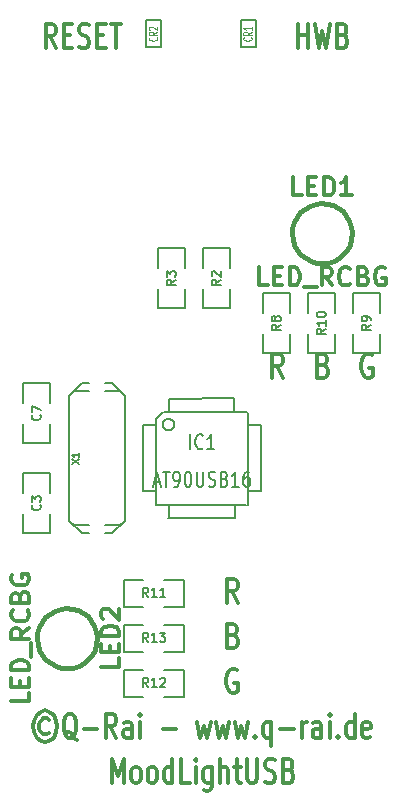
<source format=gto>
G04 (created by PCBNEW-RS274X (2011-07-08)-stable) date Mo 25 Jul 2011 12:51:42 CEST*
G01*
G70*
G90*
%MOIN*%
G04 Gerber Fmt 3.4, Leading zero omitted, Abs format*
%FSLAX34Y34*%
G04 APERTURE LIST*
%ADD10C,0.006000*%
%ADD11C,0.012000*%
%ADD12C,0.005000*%
%ADD13C,0.008000*%
%ADD14C,0.015000*%
%ADD15C,0.004500*%
%ADD16C,0.005500*%
G04 APERTURE END LIST*
G54D10*
G54D11*
X27485Y-54324D02*
X27485Y-53524D01*
X27685Y-54095D01*
X27885Y-53524D01*
X27885Y-54324D01*
X28257Y-54324D02*
X28199Y-54286D01*
X28171Y-54248D01*
X28142Y-54171D01*
X28142Y-53943D01*
X28171Y-53867D01*
X28199Y-53829D01*
X28257Y-53790D01*
X28342Y-53790D01*
X28399Y-53829D01*
X28428Y-53867D01*
X28457Y-53943D01*
X28457Y-54171D01*
X28428Y-54248D01*
X28399Y-54286D01*
X28342Y-54324D01*
X28257Y-54324D01*
X28800Y-54324D02*
X28742Y-54286D01*
X28714Y-54248D01*
X28685Y-54171D01*
X28685Y-53943D01*
X28714Y-53867D01*
X28742Y-53829D01*
X28800Y-53790D01*
X28885Y-53790D01*
X28942Y-53829D01*
X28971Y-53867D01*
X29000Y-53943D01*
X29000Y-54171D01*
X28971Y-54248D01*
X28942Y-54286D01*
X28885Y-54324D01*
X28800Y-54324D01*
X29514Y-54324D02*
X29514Y-53524D01*
X29514Y-54286D02*
X29457Y-54324D01*
X29343Y-54324D01*
X29285Y-54286D01*
X29257Y-54248D01*
X29228Y-54171D01*
X29228Y-53943D01*
X29257Y-53867D01*
X29285Y-53829D01*
X29343Y-53790D01*
X29457Y-53790D01*
X29514Y-53829D01*
X30086Y-54324D02*
X29800Y-54324D01*
X29800Y-53524D01*
X30286Y-54324D02*
X30286Y-53790D01*
X30286Y-53524D02*
X30257Y-53562D01*
X30286Y-53600D01*
X30314Y-53562D01*
X30286Y-53524D01*
X30286Y-53600D01*
X30829Y-53790D02*
X30829Y-54438D01*
X30800Y-54514D01*
X30772Y-54552D01*
X30715Y-54590D01*
X30629Y-54590D01*
X30572Y-54552D01*
X30829Y-54286D02*
X30772Y-54324D01*
X30658Y-54324D01*
X30600Y-54286D01*
X30572Y-54248D01*
X30543Y-54171D01*
X30543Y-53943D01*
X30572Y-53867D01*
X30600Y-53829D01*
X30658Y-53790D01*
X30772Y-53790D01*
X30829Y-53829D01*
X31115Y-54324D02*
X31115Y-53524D01*
X31372Y-54324D02*
X31372Y-53905D01*
X31343Y-53829D01*
X31286Y-53790D01*
X31201Y-53790D01*
X31143Y-53829D01*
X31115Y-53867D01*
X31572Y-53790D02*
X31801Y-53790D01*
X31658Y-53524D02*
X31658Y-54210D01*
X31686Y-54286D01*
X31744Y-54324D01*
X31801Y-54324D01*
X32001Y-53524D02*
X32001Y-54171D01*
X32029Y-54248D01*
X32058Y-54286D01*
X32115Y-54324D01*
X32229Y-54324D01*
X32287Y-54286D01*
X32315Y-54248D01*
X32344Y-54171D01*
X32344Y-53524D01*
X32601Y-54286D02*
X32687Y-54324D01*
X32830Y-54324D01*
X32887Y-54286D01*
X32916Y-54248D01*
X32944Y-54171D01*
X32944Y-54095D01*
X32916Y-54019D01*
X32887Y-53981D01*
X32830Y-53943D01*
X32716Y-53905D01*
X32658Y-53867D01*
X32630Y-53829D01*
X32601Y-53752D01*
X32601Y-53676D01*
X32630Y-53600D01*
X32658Y-53562D01*
X32716Y-53524D01*
X32858Y-53524D01*
X32944Y-53562D01*
X33401Y-53905D02*
X33487Y-53943D01*
X33515Y-53981D01*
X33544Y-54057D01*
X33544Y-54171D01*
X33515Y-54248D01*
X33487Y-54286D01*
X33429Y-54324D01*
X33201Y-54324D01*
X33201Y-53524D01*
X33401Y-53524D01*
X33458Y-53562D01*
X33487Y-53600D01*
X33515Y-53676D01*
X33515Y-53752D01*
X33487Y-53829D01*
X33458Y-53867D01*
X33401Y-53905D01*
X33201Y-53905D01*
X36157Y-40062D02*
X36100Y-40024D01*
X36014Y-40024D01*
X35929Y-40062D01*
X35871Y-40138D01*
X35843Y-40214D01*
X35814Y-40367D01*
X35814Y-40481D01*
X35843Y-40633D01*
X35871Y-40710D01*
X35929Y-40786D01*
X36014Y-40824D01*
X36071Y-40824D01*
X36157Y-40786D01*
X36186Y-40748D01*
X36186Y-40481D01*
X36071Y-40481D01*
X34543Y-40405D02*
X34629Y-40443D01*
X34657Y-40481D01*
X34686Y-40557D01*
X34686Y-40671D01*
X34657Y-40748D01*
X34629Y-40786D01*
X34571Y-40824D01*
X34343Y-40824D01*
X34343Y-40024D01*
X34543Y-40024D01*
X34600Y-40062D01*
X34629Y-40100D01*
X34657Y-40176D01*
X34657Y-40252D01*
X34629Y-40329D01*
X34600Y-40367D01*
X34543Y-40405D01*
X34343Y-40405D01*
X33186Y-40824D02*
X32986Y-40443D01*
X32843Y-40824D02*
X32843Y-40024D01*
X33071Y-40024D01*
X33129Y-40062D01*
X33157Y-40100D01*
X33186Y-40176D01*
X33186Y-40290D01*
X33157Y-40367D01*
X33129Y-40405D01*
X33071Y-40443D01*
X32843Y-40443D01*
X31657Y-50562D02*
X31600Y-50524D01*
X31514Y-50524D01*
X31429Y-50562D01*
X31371Y-50638D01*
X31343Y-50714D01*
X31314Y-50867D01*
X31314Y-50981D01*
X31343Y-51133D01*
X31371Y-51210D01*
X31429Y-51286D01*
X31514Y-51324D01*
X31571Y-51324D01*
X31657Y-51286D01*
X31686Y-51248D01*
X31686Y-50981D01*
X31571Y-50981D01*
X31543Y-49405D02*
X31629Y-49443D01*
X31657Y-49481D01*
X31686Y-49557D01*
X31686Y-49671D01*
X31657Y-49748D01*
X31629Y-49786D01*
X31571Y-49824D01*
X31343Y-49824D01*
X31343Y-49024D01*
X31543Y-49024D01*
X31600Y-49062D01*
X31629Y-49100D01*
X31657Y-49176D01*
X31657Y-49252D01*
X31629Y-49329D01*
X31600Y-49367D01*
X31543Y-49405D01*
X31343Y-49405D01*
X31686Y-48324D02*
X31486Y-47943D01*
X31343Y-48324D02*
X31343Y-47524D01*
X31571Y-47524D01*
X31629Y-47562D01*
X31657Y-47600D01*
X31686Y-47676D01*
X31686Y-47790D01*
X31657Y-47867D01*
X31629Y-47905D01*
X31571Y-47943D01*
X31343Y-47943D01*
X25385Y-52214D02*
X25327Y-52176D01*
X25213Y-52176D01*
X25156Y-52214D01*
X25099Y-52290D01*
X25070Y-52367D01*
X25070Y-52519D01*
X25099Y-52595D01*
X25156Y-52671D01*
X25213Y-52710D01*
X25327Y-52710D01*
X25385Y-52671D01*
X25270Y-51910D02*
X25127Y-51948D01*
X24985Y-52062D01*
X24899Y-52252D01*
X24870Y-52443D01*
X24899Y-52633D01*
X24985Y-52824D01*
X25127Y-52938D01*
X25270Y-52976D01*
X25413Y-52938D01*
X25556Y-52824D01*
X25642Y-52633D01*
X25670Y-52443D01*
X25642Y-52252D01*
X25556Y-52062D01*
X25413Y-51948D01*
X25270Y-51910D01*
X26328Y-52900D02*
X26271Y-52862D01*
X26214Y-52786D01*
X26128Y-52671D01*
X26071Y-52633D01*
X26014Y-52633D01*
X26042Y-52824D02*
X25985Y-52786D01*
X25928Y-52710D01*
X25899Y-52557D01*
X25899Y-52290D01*
X25928Y-52138D01*
X25985Y-52062D01*
X26042Y-52024D01*
X26156Y-52024D01*
X26214Y-52062D01*
X26271Y-52138D01*
X26299Y-52290D01*
X26299Y-52557D01*
X26271Y-52710D01*
X26214Y-52786D01*
X26156Y-52824D01*
X26042Y-52824D01*
X26557Y-52519D02*
X27014Y-52519D01*
X27643Y-52824D02*
X27443Y-52443D01*
X27300Y-52824D02*
X27300Y-52024D01*
X27528Y-52024D01*
X27586Y-52062D01*
X27614Y-52100D01*
X27643Y-52176D01*
X27643Y-52290D01*
X27614Y-52367D01*
X27586Y-52405D01*
X27528Y-52443D01*
X27300Y-52443D01*
X28157Y-52824D02*
X28157Y-52405D01*
X28128Y-52329D01*
X28071Y-52290D01*
X27957Y-52290D01*
X27900Y-52329D01*
X28157Y-52786D02*
X28100Y-52824D01*
X27957Y-52824D01*
X27900Y-52786D01*
X27871Y-52710D01*
X27871Y-52633D01*
X27900Y-52557D01*
X27957Y-52519D01*
X28100Y-52519D01*
X28157Y-52481D01*
X28443Y-52824D02*
X28443Y-52290D01*
X28443Y-52024D02*
X28414Y-52062D01*
X28443Y-52100D01*
X28471Y-52062D01*
X28443Y-52024D01*
X28443Y-52100D01*
X29186Y-52519D02*
X29643Y-52519D01*
X30329Y-52290D02*
X30443Y-52824D01*
X30557Y-52443D01*
X30672Y-52824D01*
X30786Y-52290D01*
X30958Y-52290D02*
X31072Y-52824D01*
X31186Y-52443D01*
X31301Y-52824D01*
X31415Y-52290D01*
X31587Y-52290D02*
X31701Y-52824D01*
X31815Y-52443D01*
X31930Y-52824D01*
X32044Y-52290D01*
X32273Y-52748D02*
X32301Y-52786D01*
X32273Y-52824D01*
X32244Y-52786D01*
X32273Y-52748D01*
X32273Y-52824D01*
X32816Y-52290D02*
X32816Y-53090D01*
X32816Y-52786D02*
X32759Y-52824D01*
X32645Y-52824D01*
X32587Y-52786D01*
X32559Y-52748D01*
X32530Y-52671D01*
X32530Y-52443D01*
X32559Y-52367D01*
X32587Y-52329D01*
X32645Y-52290D01*
X32759Y-52290D01*
X32816Y-52329D01*
X33102Y-52519D02*
X33559Y-52519D01*
X33845Y-52824D02*
X33845Y-52290D01*
X33845Y-52443D02*
X33873Y-52367D01*
X33902Y-52329D01*
X33959Y-52290D01*
X34016Y-52290D01*
X34473Y-52824D02*
X34473Y-52405D01*
X34444Y-52329D01*
X34387Y-52290D01*
X34273Y-52290D01*
X34216Y-52329D01*
X34473Y-52786D02*
X34416Y-52824D01*
X34273Y-52824D01*
X34216Y-52786D01*
X34187Y-52710D01*
X34187Y-52633D01*
X34216Y-52557D01*
X34273Y-52519D01*
X34416Y-52519D01*
X34473Y-52481D01*
X34759Y-52824D02*
X34759Y-52290D01*
X34759Y-52024D02*
X34730Y-52062D01*
X34759Y-52100D01*
X34787Y-52062D01*
X34759Y-52024D01*
X34759Y-52100D01*
X35045Y-52748D02*
X35073Y-52786D01*
X35045Y-52824D01*
X35016Y-52786D01*
X35045Y-52748D01*
X35045Y-52824D01*
X35588Y-52824D02*
X35588Y-52024D01*
X35588Y-52786D02*
X35531Y-52824D01*
X35417Y-52824D01*
X35359Y-52786D01*
X35331Y-52748D01*
X35302Y-52671D01*
X35302Y-52443D01*
X35331Y-52367D01*
X35359Y-52329D01*
X35417Y-52290D01*
X35531Y-52290D01*
X35588Y-52329D01*
X36102Y-52786D02*
X36045Y-52824D01*
X35931Y-52824D01*
X35874Y-52786D01*
X35845Y-52710D01*
X35845Y-52405D01*
X35874Y-52329D01*
X35931Y-52290D01*
X36045Y-52290D01*
X36102Y-52329D01*
X36131Y-52405D01*
X36131Y-52481D01*
X35845Y-52557D01*
X33686Y-29824D02*
X33686Y-29024D01*
X33686Y-29405D02*
X34029Y-29405D01*
X34029Y-29824D02*
X34029Y-29024D01*
X34258Y-29024D02*
X34401Y-29824D01*
X34515Y-29252D01*
X34629Y-29824D01*
X34772Y-29024D01*
X35201Y-29405D02*
X35287Y-29443D01*
X35315Y-29481D01*
X35344Y-29557D01*
X35344Y-29671D01*
X35315Y-29748D01*
X35287Y-29786D01*
X35229Y-29824D01*
X35001Y-29824D01*
X35001Y-29024D01*
X35201Y-29024D01*
X35258Y-29062D01*
X35287Y-29100D01*
X35315Y-29176D01*
X35315Y-29252D01*
X35287Y-29329D01*
X35258Y-29367D01*
X35201Y-29405D01*
X35001Y-29405D01*
X25629Y-29824D02*
X25429Y-29443D01*
X25286Y-29824D02*
X25286Y-29024D01*
X25514Y-29024D01*
X25572Y-29062D01*
X25600Y-29100D01*
X25629Y-29176D01*
X25629Y-29290D01*
X25600Y-29367D01*
X25572Y-29405D01*
X25514Y-29443D01*
X25286Y-29443D01*
X25886Y-29405D02*
X26086Y-29405D01*
X26172Y-29824D02*
X25886Y-29824D01*
X25886Y-29024D01*
X26172Y-29024D01*
X26400Y-29786D02*
X26486Y-29824D01*
X26629Y-29824D01*
X26686Y-29786D01*
X26715Y-29748D01*
X26743Y-29671D01*
X26743Y-29595D01*
X26715Y-29519D01*
X26686Y-29481D01*
X26629Y-29443D01*
X26515Y-29405D01*
X26457Y-29367D01*
X26429Y-29329D01*
X26400Y-29252D01*
X26400Y-29176D01*
X26429Y-29100D01*
X26457Y-29062D01*
X26515Y-29024D01*
X26657Y-29024D01*
X26743Y-29062D01*
X27000Y-29405D02*
X27200Y-29405D01*
X27286Y-29824D02*
X27000Y-29824D01*
X27000Y-29024D01*
X27286Y-29024D01*
X27457Y-29024D02*
X27800Y-29024D01*
X27629Y-29824D02*
X27629Y-29024D01*
G54D12*
X29150Y-28900D02*
X29150Y-29800D01*
X29150Y-29800D02*
X28650Y-29800D01*
X28650Y-29800D02*
X28650Y-28900D01*
X28650Y-28900D02*
X29150Y-28900D01*
X32300Y-28900D02*
X32300Y-29800D01*
X32300Y-29800D02*
X31800Y-29800D01*
X31800Y-29800D02*
X31800Y-28900D01*
X31800Y-28900D02*
X32300Y-28900D01*
X29900Y-49950D02*
X29900Y-49050D01*
X29900Y-49050D02*
X29250Y-49050D01*
X28550Y-49950D02*
X27900Y-49950D01*
X27900Y-49950D02*
X27900Y-49050D01*
X27900Y-49050D02*
X28550Y-49050D01*
X29250Y-49950D02*
X29900Y-49950D01*
X29900Y-51450D02*
X29900Y-50550D01*
X29900Y-50550D02*
X29250Y-50550D01*
X28550Y-51450D02*
X27900Y-51450D01*
X27900Y-51450D02*
X27900Y-50550D01*
X27900Y-50550D02*
X28550Y-50550D01*
X29250Y-51450D02*
X29900Y-51450D01*
X29900Y-48450D02*
X29900Y-47550D01*
X29900Y-47550D02*
X29250Y-47550D01*
X28550Y-48450D02*
X27900Y-48450D01*
X27900Y-48450D02*
X27900Y-47550D01*
X27900Y-47550D02*
X28550Y-47550D01*
X29250Y-48450D02*
X29900Y-48450D01*
X34050Y-40000D02*
X34950Y-40000D01*
X34950Y-40000D02*
X34950Y-39350D01*
X34050Y-38650D02*
X34050Y-38000D01*
X34050Y-38000D02*
X34950Y-38000D01*
X34950Y-38000D02*
X34950Y-38650D01*
X34050Y-39350D02*
X34050Y-40000D01*
X35550Y-40000D02*
X36450Y-40000D01*
X36450Y-40000D02*
X36450Y-39350D01*
X35550Y-38650D02*
X35550Y-38000D01*
X35550Y-38000D02*
X36450Y-38000D01*
X36450Y-38000D02*
X36450Y-38650D01*
X35550Y-39350D02*
X35550Y-40000D01*
X32550Y-40000D02*
X33450Y-40000D01*
X33450Y-40000D02*
X33450Y-39350D01*
X32550Y-38650D02*
X32550Y-38000D01*
X32550Y-38000D02*
X33450Y-38000D01*
X33450Y-38000D02*
X33450Y-38650D01*
X32550Y-39350D02*
X32550Y-40000D01*
X29950Y-36500D02*
X29050Y-36500D01*
X29050Y-36500D02*
X29050Y-37150D01*
X29950Y-37850D02*
X29950Y-38500D01*
X29950Y-38500D02*
X29050Y-38500D01*
X29050Y-38500D02*
X29050Y-37850D01*
X29950Y-37150D02*
X29950Y-36500D01*
X30550Y-38500D02*
X31450Y-38500D01*
X31450Y-38500D02*
X31450Y-37850D01*
X30550Y-37150D02*
X30550Y-36500D01*
X30550Y-36500D02*
X31450Y-36500D01*
X31450Y-36500D02*
X31450Y-37150D01*
X30550Y-37850D02*
X30550Y-38500D01*
X24550Y-43000D02*
X25450Y-43000D01*
X25450Y-43000D02*
X25450Y-42350D01*
X24550Y-41650D02*
X24550Y-41000D01*
X24550Y-41000D02*
X25450Y-41000D01*
X25450Y-41000D02*
X25450Y-41650D01*
X24550Y-42350D02*
X24550Y-43000D01*
X25450Y-44000D02*
X24550Y-44000D01*
X24550Y-44000D02*
X24550Y-44650D01*
X25450Y-45350D02*
X25450Y-46000D01*
X25450Y-46000D02*
X24550Y-46000D01*
X24550Y-46000D02*
X24550Y-45350D01*
X25450Y-44650D02*
X25450Y-44000D01*
G54D10*
X32480Y-44590D02*
X32030Y-44590D01*
X32480Y-42410D02*
X32040Y-42410D01*
X32480Y-44590D02*
X32480Y-42410D01*
X31600Y-45060D02*
X31600Y-45490D01*
X29390Y-45070D02*
X29390Y-45490D01*
X29380Y-45490D02*
X31600Y-45500D01*
X29400Y-41520D02*
X31570Y-41510D01*
X28970Y-42210D02*
X28970Y-45040D01*
X31580Y-41520D02*
X31580Y-41930D01*
X29220Y-41970D02*
X32000Y-41970D01*
X32020Y-45050D02*
X32020Y-42010D01*
X28970Y-45050D02*
X31970Y-45050D01*
X28520Y-42380D02*
X28520Y-44600D01*
X28520Y-44600D02*
X28970Y-44600D01*
X28974Y-42200D02*
X29204Y-41970D01*
X28522Y-42380D02*
X28974Y-42380D01*
X29400Y-41970D02*
X29400Y-41518D01*
X29570Y-42374D02*
X29566Y-42410D01*
X29555Y-42445D01*
X29538Y-42478D01*
X29515Y-42506D01*
X29487Y-42529D01*
X29454Y-42547D01*
X29419Y-42558D01*
X29383Y-42561D01*
X29347Y-42558D01*
X29312Y-42548D01*
X29280Y-42531D01*
X29251Y-42508D01*
X29227Y-42480D01*
X29210Y-42448D01*
X29199Y-42413D01*
X29195Y-42376D01*
X29198Y-42341D01*
X29208Y-42305D01*
X29224Y-42273D01*
X29247Y-42244D01*
X29275Y-42220D01*
X29307Y-42202D01*
X29342Y-42191D01*
X29379Y-42187D01*
X29414Y-42189D01*
X29449Y-42199D01*
X29482Y-42216D01*
X29511Y-42238D01*
X29535Y-42266D01*
X29553Y-42298D01*
X29565Y-42333D01*
X29569Y-42369D01*
X29570Y-42374D01*
G54D13*
X27925Y-45587D02*
X27512Y-46000D01*
X27512Y-46000D02*
X27276Y-46000D01*
X26075Y-45587D02*
X26488Y-46000D01*
X26488Y-46000D02*
X26724Y-46000D01*
X27925Y-41413D02*
X27512Y-41000D01*
X27512Y-41000D02*
X27276Y-41000D01*
X26075Y-41413D02*
X26488Y-41000D01*
X26488Y-41000D02*
X26724Y-41000D01*
X26075Y-45587D02*
X26075Y-41413D01*
X27925Y-45587D02*
X27925Y-41413D01*
X27768Y-45744D02*
X27276Y-45744D01*
X26232Y-45744D02*
X26724Y-45744D01*
X26232Y-41256D02*
X26724Y-41256D01*
X27768Y-41256D02*
X27276Y-41256D01*
X27925Y-41413D02*
X27768Y-41256D01*
X27768Y-45744D02*
X27925Y-45587D01*
X26075Y-45587D02*
X26232Y-45744D01*
X26075Y-41413D02*
X26232Y-41256D01*
G54D14*
X27000Y-49500D02*
X26980Y-49694D01*
X26924Y-49881D01*
X26832Y-50053D01*
X26709Y-50204D01*
X26559Y-50329D01*
X26387Y-50421D01*
X26201Y-50479D01*
X26006Y-50499D01*
X25813Y-50482D01*
X25626Y-50427D01*
X25453Y-50336D01*
X25301Y-50214D01*
X25175Y-50064D01*
X25081Y-49893D01*
X25022Y-49707D01*
X25001Y-49513D01*
X25017Y-49320D01*
X25071Y-49132D01*
X25160Y-48959D01*
X25281Y-48806D01*
X25430Y-48679D01*
X25600Y-48584D01*
X25786Y-48524D01*
X25980Y-48501D01*
X26173Y-48516D01*
X26361Y-48568D01*
X26535Y-48656D01*
X26689Y-48776D01*
X26817Y-48924D01*
X26913Y-49094D01*
X26975Y-49279D01*
X26999Y-49473D01*
X27000Y-49500D01*
X35500Y-36000D02*
X35480Y-36194D01*
X35424Y-36381D01*
X35332Y-36553D01*
X35209Y-36704D01*
X35059Y-36829D01*
X34887Y-36921D01*
X34701Y-36979D01*
X34506Y-36999D01*
X34313Y-36982D01*
X34126Y-36927D01*
X33953Y-36836D01*
X33801Y-36714D01*
X33675Y-36564D01*
X33581Y-36393D01*
X33522Y-36207D01*
X33501Y-36013D01*
X33517Y-35820D01*
X33571Y-35632D01*
X33660Y-35459D01*
X33781Y-35306D01*
X33930Y-35179D01*
X34100Y-35084D01*
X34286Y-35024D01*
X34480Y-35001D01*
X34673Y-35016D01*
X34861Y-35068D01*
X35035Y-35156D01*
X35189Y-35276D01*
X35317Y-35424D01*
X35413Y-35594D01*
X35475Y-35779D01*
X35499Y-35973D01*
X35500Y-36000D01*
G54D15*
X28987Y-29469D02*
X29000Y-29478D01*
X29013Y-29504D01*
X29013Y-29521D01*
X29000Y-29546D01*
X28973Y-29564D01*
X28947Y-29572D01*
X28893Y-29581D01*
X28853Y-29581D01*
X28800Y-29572D01*
X28773Y-29564D01*
X28747Y-29546D01*
X28733Y-29521D01*
X28733Y-29504D01*
X28747Y-29478D01*
X28760Y-29469D01*
X29013Y-29289D02*
X28880Y-29349D01*
X29013Y-29392D02*
X28733Y-29392D01*
X28733Y-29324D01*
X28747Y-29306D01*
X28760Y-29298D01*
X28787Y-29289D01*
X28827Y-29289D01*
X28853Y-29298D01*
X28867Y-29306D01*
X28880Y-29324D01*
X28880Y-29392D01*
X28760Y-29221D02*
X28747Y-29212D01*
X28733Y-29195D01*
X28733Y-29152D01*
X28747Y-29135D01*
X28760Y-29126D01*
X28787Y-29118D01*
X28813Y-29118D01*
X28853Y-29126D01*
X29013Y-29229D01*
X29013Y-29118D01*
X32137Y-29469D02*
X32150Y-29478D01*
X32163Y-29504D01*
X32163Y-29521D01*
X32150Y-29546D01*
X32123Y-29564D01*
X32097Y-29572D01*
X32043Y-29581D01*
X32003Y-29581D01*
X31950Y-29572D01*
X31923Y-29564D01*
X31897Y-29546D01*
X31883Y-29521D01*
X31883Y-29504D01*
X31897Y-29478D01*
X31910Y-29469D01*
X32163Y-29289D02*
X32030Y-29349D01*
X32163Y-29392D02*
X31883Y-29392D01*
X31883Y-29324D01*
X31897Y-29306D01*
X31910Y-29298D01*
X31937Y-29289D01*
X31977Y-29289D01*
X32003Y-29298D01*
X32017Y-29306D01*
X32030Y-29324D01*
X32030Y-29392D01*
X32163Y-29118D02*
X32163Y-29221D01*
X32163Y-29169D02*
X31883Y-29169D01*
X31923Y-29186D01*
X31950Y-29204D01*
X31963Y-29221D01*
G54D12*
X28707Y-49621D02*
X28607Y-49479D01*
X28535Y-49621D02*
X28535Y-49321D01*
X28650Y-49321D01*
X28678Y-49336D01*
X28693Y-49350D01*
X28707Y-49379D01*
X28707Y-49421D01*
X28693Y-49450D01*
X28678Y-49464D01*
X28650Y-49479D01*
X28535Y-49479D01*
X28993Y-49621D02*
X28821Y-49621D01*
X28907Y-49621D02*
X28907Y-49321D01*
X28878Y-49364D01*
X28850Y-49393D01*
X28821Y-49407D01*
X29093Y-49321D02*
X29279Y-49321D01*
X29179Y-49436D01*
X29221Y-49436D01*
X29250Y-49450D01*
X29264Y-49464D01*
X29279Y-49493D01*
X29279Y-49564D01*
X29264Y-49593D01*
X29250Y-49607D01*
X29221Y-49621D01*
X29136Y-49621D01*
X29107Y-49607D01*
X29093Y-49593D01*
X28707Y-51121D02*
X28607Y-50979D01*
X28535Y-51121D02*
X28535Y-50821D01*
X28650Y-50821D01*
X28678Y-50836D01*
X28693Y-50850D01*
X28707Y-50879D01*
X28707Y-50921D01*
X28693Y-50950D01*
X28678Y-50964D01*
X28650Y-50979D01*
X28535Y-50979D01*
X28993Y-51121D02*
X28821Y-51121D01*
X28907Y-51121D02*
X28907Y-50821D01*
X28878Y-50864D01*
X28850Y-50893D01*
X28821Y-50907D01*
X29107Y-50850D02*
X29121Y-50836D01*
X29150Y-50821D01*
X29221Y-50821D01*
X29250Y-50836D01*
X29264Y-50850D01*
X29279Y-50879D01*
X29279Y-50907D01*
X29264Y-50950D01*
X29093Y-51121D01*
X29279Y-51121D01*
X28707Y-48121D02*
X28607Y-47979D01*
X28535Y-48121D02*
X28535Y-47821D01*
X28650Y-47821D01*
X28678Y-47836D01*
X28693Y-47850D01*
X28707Y-47879D01*
X28707Y-47921D01*
X28693Y-47950D01*
X28678Y-47964D01*
X28650Y-47979D01*
X28535Y-47979D01*
X28993Y-48121D02*
X28821Y-48121D01*
X28907Y-48121D02*
X28907Y-47821D01*
X28878Y-47864D01*
X28850Y-47893D01*
X28821Y-47907D01*
X29279Y-48121D02*
X29107Y-48121D01*
X29193Y-48121D02*
X29193Y-47821D01*
X29164Y-47864D01*
X29136Y-47893D01*
X29107Y-47907D01*
X34621Y-39193D02*
X34479Y-39293D01*
X34621Y-39365D02*
X34321Y-39365D01*
X34321Y-39250D01*
X34336Y-39222D01*
X34350Y-39207D01*
X34379Y-39193D01*
X34421Y-39193D01*
X34450Y-39207D01*
X34464Y-39222D01*
X34479Y-39250D01*
X34479Y-39365D01*
X34621Y-38907D02*
X34621Y-39079D01*
X34621Y-38993D02*
X34321Y-38993D01*
X34364Y-39022D01*
X34393Y-39050D01*
X34407Y-39079D01*
X34321Y-38721D02*
X34321Y-38693D01*
X34336Y-38664D01*
X34350Y-38650D01*
X34379Y-38636D01*
X34436Y-38621D01*
X34507Y-38621D01*
X34564Y-38636D01*
X34593Y-38650D01*
X34607Y-38664D01*
X34621Y-38693D01*
X34621Y-38721D01*
X34607Y-38750D01*
X34593Y-38764D01*
X34564Y-38779D01*
X34507Y-38793D01*
X34436Y-38793D01*
X34379Y-38779D01*
X34350Y-38764D01*
X34336Y-38750D01*
X34321Y-38721D01*
X36121Y-39050D02*
X35979Y-39150D01*
X36121Y-39222D02*
X35821Y-39222D01*
X35821Y-39107D01*
X35836Y-39079D01*
X35850Y-39064D01*
X35879Y-39050D01*
X35921Y-39050D01*
X35950Y-39064D01*
X35964Y-39079D01*
X35979Y-39107D01*
X35979Y-39222D01*
X36121Y-38907D02*
X36121Y-38850D01*
X36107Y-38822D01*
X36093Y-38807D01*
X36050Y-38779D01*
X35993Y-38764D01*
X35879Y-38764D01*
X35850Y-38779D01*
X35836Y-38793D01*
X35821Y-38822D01*
X35821Y-38879D01*
X35836Y-38907D01*
X35850Y-38922D01*
X35879Y-38936D01*
X35950Y-38936D01*
X35979Y-38922D01*
X35993Y-38907D01*
X36007Y-38879D01*
X36007Y-38822D01*
X35993Y-38793D01*
X35979Y-38779D01*
X35950Y-38764D01*
X33121Y-39050D02*
X32979Y-39150D01*
X33121Y-39222D02*
X32821Y-39222D01*
X32821Y-39107D01*
X32836Y-39079D01*
X32850Y-39064D01*
X32879Y-39050D01*
X32921Y-39050D01*
X32950Y-39064D01*
X32964Y-39079D01*
X32979Y-39107D01*
X32979Y-39222D01*
X32950Y-38879D02*
X32936Y-38907D01*
X32921Y-38922D01*
X32893Y-38936D01*
X32879Y-38936D01*
X32850Y-38922D01*
X32836Y-38907D01*
X32821Y-38879D01*
X32821Y-38822D01*
X32836Y-38793D01*
X32850Y-38779D01*
X32879Y-38764D01*
X32893Y-38764D01*
X32921Y-38779D01*
X32936Y-38793D01*
X32950Y-38822D01*
X32950Y-38879D01*
X32964Y-38907D01*
X32979Y-38922D01*
X33007Y-38936D01*
X33064Y-38936D01*
X33093Y-38922D01*
X33107Y-38907D01*
X33121Y-38879D01*
X33121Y-38822D01*
X33107Y-38793D01*
X33093Y-38779D01*
X33064Y-38764D01*
X33007Y-38764D01*
X32979Y-38779D01*
X32964Y-38793D01*
X32950Y-38822D01*
X29621Y-37550D02*
X29479Y-37650D01*
X29621Y-37722D02*
X29321Y-37722D01*
X29321Y-37607D01*
X29336Y-37579D01*
X29350Y-37564D01*
X29379Y-37550D01*
X29421Y-37550D01*
X29450Y-37564D01*
X29464Y-37579D01*
X29479Y-37607D01*
X29479Y-37722D01*
X29321Y-37450D02*
X29321Y-37264D01*
X29436Y-37364D01*
X29436Y-37322D01*
X29450Y-37293D01*
X29464Y-37279D01*
X29493Y-37264D01*
X29564Y-37264D01*
X29593Y-37279D01*
X29607Y-37293D01*
X29621Y-37322D01*
X29621Y-37407D01*
X29607Y-37436D01*
X29593Y-37450D01*
X31121Y-37550D02*
X30979Y-37650D01*
X31121Y-37722D02*
X30821Y-37722D01*
X30821Y-37607D01*
X30836Y-37579D01*
X30850Y-37564D01*
X30879Y-37550D01*
X30921Y-37550D01*
X30950Y-37564D01*
X30964Y-37579D01*
X30979Y-37607D01*
X30979Y-37722D01*
X30850Y-37436D02*
X30836Y-37422D01*
X30821Y-37393D01*
X30821Y-37322D01*
X30836Y-37293D01*
X30850Y-37279D01*
X30879Y-37264D01*
X30907Y-37264D01*
X30950Y-37279D01*
X31121Y-37450D01*
X31121Y-37264D01*
X25093Y-42050D02*
X25107Y-42064D01*
X25121Y-42107D01*
X25121Y-42136D01*
X25107Y-42179D01*
X25079Y-42207D01*
X25050Y-42222D01*
X24993Y-42236D01*
X24950Y-42236D01*
X24893Y-42222D01*
X24864Y-42207D01*
X24836Y-42179D01*
X24821Y-42136D01*
X24821Y-42107D01*
X24836Y-42064D01*
X24850Y-42050D01*
X24821Y-41950D02*
X24821Y-41750D01*
X25121Y-41879D01*
X25093Y-45050D02*
X25107Y-45064D01*
X25121Y-45107D01*
X25121Y-45136D01*
X25107Y-45179D01*
X25079Y-45207D01*
X25050Y-45222D01*
X24993Y-45236D01*
X24950Y-45236D01*
X24893Y-45222D01*
X24864Y-45207D01*
X24836Y-45179D01*
X24821Y-45136D01*
X24821Y-45107D01*
X24836Y-45064D01*
X24850Y-45050D01*
X24821Y-44950D02*
X24821Y-44764D01*
X24936Y-44864D01*
X24936Y-44822D01*
X24950Y-44793D01*
X24964Y-44779D01*
X24993Y-44764D01*
X25064Y-44764D01*
X25093Y-44779D01*
X25107Y-44793D01*
X25121Y-44822D01*
X25121Y-44907D01*
X25107Y-44936D01*
X25093Y-44950D01*
G54D13*
X30110Y-43202D02*
X30110Y-42702D01*
X30529Y-43155D02*
X30510Y-43179D01*
X30453Y-43202D01*
X30415Y-43202D01*
X30357Y-43179D01*
X30319Y-43131D01*
X30300Y-43083D01*
X30281Y-42988D01*
X30281Y-42917D01*
X30300Y-42821D01*
X30319Y-42774D01*
X30357Y-42726D01*
X30415Y-42702D01*
X30453Y-42702D01*
X30510Y-42726D01*
X30529Y-42750D01*
X30910Y-43202D02*
X30681Y-43202D01*
X30795Y-43202D02*
X30795Y-42702D01*
X30757Y-42774D01*
X30719Y-42821D01*
X30681Y-42845D01*
X28890Y-44310D02*
X29081Y-44310D01*
X28852Y-44452D02*
X28985Y-43952D01*
X29119Y-44452D01*
X29195Y-43952D02*
X29424Y-43952D01*
X29309Y-44452D02*
X29309Y-43952D01*
X29576Y-44452D02*
X29652Y-44452D01*
X29691Y-44429D01*
X29710Y-44405D01*
X29748Y-44333D01*
X29767Y-44238D01*
X29767Y-44048D01*
X29748Y-44000D01*
X29729Y-43976D01*
X29691Y-43952D01*
X29614Y-43952D01*
X29576Y-43976D01*
X29557Y-44000D01*
X29538Y-44048D01*
X29538Y-44167D01*
X29557Y-44214D01*
X29576Y-44238D01*
X29614Y-44262D01*
X29691Y-44262D01*
X29729Y-44238D01*
X29748Y-44214D01*
X29767Y-44167D01*
X30014Y-43952D02*
X30053Y-43952D01*
X30091Y-43976D01*
X30110Y-44000D01*
X30129Y-44048D01*
X30148Y-44143D01*
X30148Y-44262D01*
X30129Y-44357D01*
X30110Y-44405D01*
X30091Y-44429D01*
X30053Y-44452D01*
X30014Y-44452D01*
X29976Y-44429D01*
X29957Y-44405D01*
X29938Y-44357D01*
X29919Y-44262D01*
X29919Y-44143D01*
X29938Y-44048D01*
X29957Y-44000D01*
X29976Y-43976D01*
X30014Y-43952D01*
X30319Y-43952D02*
X30319Y-44357D01*
X30338Y-44405D01*
X30357Y-44429D01*
X30395Y-44452D01*
X30472Y-44452D01*
X30510Y-44429D01*
X30529Y-44405D01*
X30548Y-44357D01*
X30548Y-43952D01*
X30719Y-44429D02*
X30776Y-44452D01*
X30872Y-44452D01*
X30910Y-44429D01*
X30929Y-44405D01*
X30948Y-44357D01*
X30948Y-44310D01*
X30929Y-44262D01*
X30910Y-44238D01*
X30872Y-44214D01*
X30795Y-44190D01*
X30757Y-44167D01*
X30738Y-44143D01*
X30719Y-44095D01*
X30719Y-44048D01*
X30738Y-44000D01*
X30757Y-43976D01*
X30795Y-43952D01*
X30891Y-43952D01*
X30948Y-43976D01*
X31253Y-44190D02*
X31310Y-44214D01*
X31329Y-44238D01*
X31348Y-44286D01*
X31348Y-44357D01*
X31329Y-44405D01*
X31310Y-44429D01*
X31272Y-44452D01*
X31119Y-44452D01*
X31119Y-43952D01*
X31253Y-43952D01*
X31291Y-43976D01*
X31310Y-44000D01*
X31329Y-44048D01*
X31329Y-44095D01*
X31310Y-44143D01*
X31291Y-44167D01*
X31253Y-44190D01*
X31119Y-44190D01*
X31729Y-44452D02*
X31500Y-44452D01*
X31614Y-44452D02*
X31614Y-43952D01*
X31576Y-44024D01*
X31538Y-44071D01*
X31500Y-44095D01*
X32072Y-43952D02*
X31995Y-43952D01*
X31957Y-43976D01*
X31938Y-44000D01*
X31900Y-44071D01*
X31881Y-44167D01*
X31881Y-44357D01*
X31900Y-44405D01*
X31919Y-44429D01*
X31957Y-44452D01*
X32034Y-44452D01*
X32072Y-44429D01*
X32091Y-44405D01*
X32110Y-44357D01*
X32110Y-44238D01*
X32091Y-44190D01*
X32072Y-44167D01*
X32034Y-44143D01*
X31957Y-44143D01*
X31919Y-44167D01*
X31900Y-44190D01*
X31881Y-44238D01*
G54D16*
X26156Y-43679D02*
X26416Y-43532D01*
X26156Y-43532D02*
X26416Y-43679D01*
X26416Y-43332D02*
X26416Y-43458D01*
X26416Y-43395D02*
X26156Y-43395D01*
X26193Y-43416D01*
X26218Y-43437D01*
X26231Y-43458D01*
G54D11*
X27743Y-50171D02*
X27743Y-50457D01*
X27143Y-50457D01*
X27429Y-49971D02*
X27429Y-49771D01*
X27743Y-49685D02*
X27743Y-49971D01*
X27143Y-49971D01*
X27143Y-49685D01*
X27743Y-49428D02*
X27143Y-49428D01*
X27143Y-49285D01*
X27171Y-49200D01*
X27229Y-49142D01*
X27286Y-49114D01*
X27400Y-49085D01*
X27486Y-49085D01*
X27600Y-49114D01*
X27657Y-49142D01*
X27714Y-49200D01*
X27743Y-49285D01*
X27743Y-49428D01*
X27200Y-48857D02*
X27171Y-48828D01*
X27143Y-48771D01*
X27143Y-48628D01*
X27171Y-48571D01*
X27200Y-48542D01*
X27257Y-48514D01*
X27314Y-48514D01*
X27400Y-48542D01*
X27743Y-48885D01*
X27743Y-48514D01*
X24743Y-51314D02*
X24743Y-51600D01*
X24143Y-51600D01*
X24429Y-51114D02*
X24429Y-50914D01*
X24743Y-50828D02*
X24743Y-51114D01*
X24143Y-51114D01*
X24143Y-50828D01*
X24743Y-50571D02*
X24143Y-50571D01*
X24143Y-50428D01*
X24171Y-50343D01*
X24229Y-50285D01*
X24286Y-50257D01*
X24400Y-50228D01*
X24486Y-50228D01*
X24600Y-50257D01*
X24657Y-50285D01*
X24714Y-50343D01*
X24743Y-50428D01*
X24743Y-50571D01*
X24800Y-50114D02*
X24800Y-49657D01*
X24743Y-49171D02*
X24457Y-49371D01*
X24743Y-49514D02*
X24143Y-49514D01*
X24143Y-49286D01*
X24171Y-49228D01*
X24200Y-49200D01*
X24257Y-49171D01*
X24343Y-49171D01*
X24400Y-49200D01*
X24429Y-49228D01*
X24457Y-49286D01*
X24457Y-49514D01*
X24686Y-48571D02*
X24714Y-48600D01*
X24743Y-48686D01*
X24743Y-48743D01*
X24714Y-48828D01*
X24657Y-48886D01*
X24600Y-48914D01*
X24486Y-48943D01*
X24400Y-48943D01*
X24286Y-48914D01*
X24229Y-48886D01*
X24171Y-48828D01*
X24143Y-48743D01*
X24143Y-48686D01*
X24171Y-48600D01*
X24200Y-48571D01*
X24429Y-48114D02*
X24457Y-48028D01*
X24486Y-48000D01*
X24543Y-47971D01*
X24629Y-47971D01*
X24686Y-48000D01*
X24714Y-48028D01*
X24743Y-48086D01*
X24743Y-48314D01*
X24143Y-48314D01*
X24143Y-48114D01*
X24171Y-48057D01*
X24200Y-48028D01*
X24257Y-48000D01*
X24314Y-48000D01*
X24371Y-48028D01*
X24400Y-48057D01*
X24429Y-48114D01*
X24429Y-48314D01*
X24171Y-47400D02*
X24143Y-47457D01*
X24143Y-47543D01*
X24171Y-47628D01*
X24229Y-47686D01*
X24286Y-47714D01*
X24400Y-47743D01*
X24486Y-47743D01*
X24600Y-47714D01*
X24657Y-47686D01*
X24714Y-47628D01*
X24743Y-47543D01*
X24743Y-47486D01*
X24714Y-47400D01*
X24686Y-47371D01*
X24486Y-47371D01*
X24486Y-47486D01*
X33829Y-34743D02*
X33543Y-34743D01*
X33543Y-34143D01*
X34029Y-34429D02*
X34229Y-34429D01*
X34315Y-34743D02*
X34029Y-34743D01*
X34029Y-34143D01*
X34315Y-34143D01*
X34572Y-34743D02*
X34572Y-34143D01*
X34715Y-34143D01*
X34800Y-34171D01*
X34858Y-34229D01*
X34886Y-34286D01*
X34915Y-34400D01*
X34915Y-34486D01*
X34886Y-34600D01*
X34858Y-34657D01*
X34800Y-34714D01*
X34715Y-34743D01*
X34572Y-34743D01*
X35486Y-34743D02*
X35143Y-34743D01*
X35315Y-34743D02*
X35315Y-34143D01*
X35258Y-34229D01*
X35200Y-34286D01*
X35143Y-34314D01*
X32686Y-37743D02*
X32400Y-37743D01*
X32400Y-37143D01*
X32886Y-37429D02*
X33086Y-37429D01*
X33172Y-37743D02*
X32886Y-37743D01*
X32886Y-37143D01*
X33172Y-37143D01*
X33429Y-37743D02*
X33429Y-37143D01*
X33572Y-37143D01*
X33657Y-37171D01*
X33715Y-37229D01*
X33743Y-37286D01*
X33772Y-37400D01*
X33772Y-37486D01*
X33743Y-37600D01*
X33715Y-37657D01*
X33657Y-37714D01*
X33572Y-37743D01*
X33429Y-37743D01*
X33886Y-37800D02*
X34343Y-37800D01*
X34829Y-37743D02*
X34629Y-37457D01*
X34486Y-37743D02*
X34486Y-37143D01*
X34714Y-37143D01*
X34772Y-37171D01*
X34800Y-37200D01*
X34829Y-37257D01*
X34829Y-37343D01*
X34800Y-37400D01*
X34772Y-37429D01*
X34714Y-37457D01*
X34486Y-37457D01*
X35429Y-37686D02*
X35400Y-37714D01*
X35314Y-37743D01*
X35257Y-37743D01*
X35172Y-37714D01*
X35114Y-37657D01*
X35086Y-37600D01*
X35057Y-37486D01*
X35057Y-37400D01*
X35086Y-37286D01*
X35114Y-37229D01*
X35172Y-37171D01*
X35257Y-37143D01*
X35314Y-37143D01*
X35400Y-37171D01*
X35429Y-37200D01*
X35886Y-37429D02*
X35972Y-37457D01*
X36000Y-37486D01*
X36029Y-37543D01*
X36029Y-37629D01*
X36000Y-37686D01*
X35972Y-37714D01*
X35914Y-37743D01*
X35686Y-37743D01*
X35686Y-37143D01*
X35886Y-37143D01*
X35943Y-37171D01*
X35972Y-37200D01*
X36000Y-37257D01*
X36000Y-37314D01*
X35972Y-37371D01*
X35943Y-37400D01*
X35886Y-37429D01*
X35686Y-37429D01*
X36600Y-37171D02*
X36543Y-37143D01*
X36457Y-37143D01*
X36372Y-37171D01*
X36314Y-37229D01*
X36286Y-37286D01*
X36257Y-37400D01*
X36257Y-37486D01*
X36286Y-37600D01*
X36314Y-37657D01*
X36372Y-37714D01*
X36457Y-37743D01*
X36514Y-37743D01*
X36600Y-37714D01*
X36629Y-37686D01*
X36629Y-37486D01*
X36514Y-37486D01*
M02*

</source>
